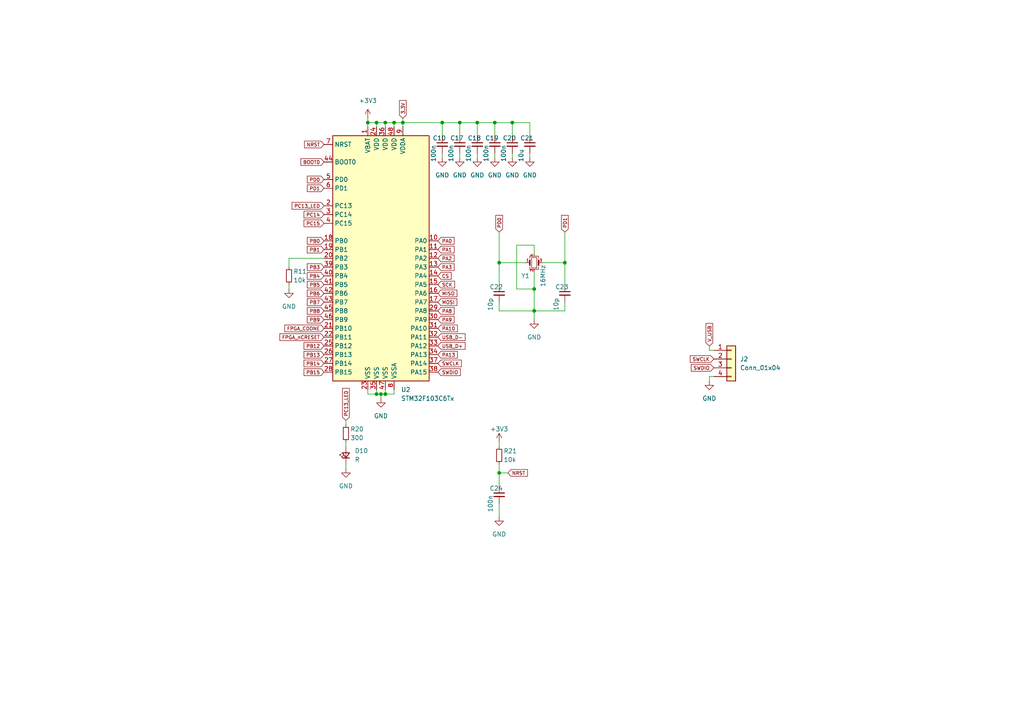
<source format=kicad_sch>
(kicad_sch (version 20211123) (generator eeschema)
  (paper "A4")
  (lib_symbols
    (symbol "Connector_Generic:Conn_01x04" (pin_names (offset 1.016) hide)
      (property "Reference" "J" (at 0 5.08 0))
      (property "Value" "Conn_01x04" (at 0 -7.62 0))
      (symbol "Conn_01x04_1_1"
        (rectangle (start -1.27 -4.953) (end 0 -5.207) (stroke (width 0.1524)))
        (rectangle (start -1.27 -2.413) (end 0 -2.667) (stroke (width 0.1524)))
        (rectangle (start -1.27 0.127) (end 0 -0.127) (stroke (width 0.1524)))
        (rectangle (start -1.27 2.667) (end 0 2.413) (stroke (width 0.1524)))
        (rectangle (start -1.27 3.81) (end 1.27 -6.35) (stroke (width 0.254)) (fill (type background)))
        (pin passive line (at -5.08 2.54 0) (length 3.81) (name "Pin_1") (number "1"))
        (pin passive line (at -5.08 0 0) (length 3.81) (name "Pin_2") (number "2"))
        (pin passive line (at -5.08 -2.54 0) (length 3.81) (name "Pin_3") (number "3"))
        (pin passive line (at -5.08 -5.08 0) (length 3.81) (name "Pin_4") (number "4"))
      )
    )
    (symbol "Device:C_Small" (pin_numbers hide) (pin_names (offset 0.254) hide)
      (property "Reference" "C" (at 0.254 1.778 0))
      (property "Value" "C_Small" (at 0.254 -2.032 0))
      (symbol "C_Small_0_1"
        (polyline (pts (xy -1.524 -0.508) (xy 1.524 -0.508)) (stroke (width 0.3302)))
        (polyline (pts (xy -1.524 0.508) (xy 1.524 0.508)) (stroke (width 0.3048)))
      )
      (symbol "C_Small_1_1"
        (pin passive line (at 0 2.54 270) (length 2.032) (name "~") (number "1"))
        (pin passive line (at 0 -2.54 90) (length 2.032) (name "~") (number "2"))
      )
    )
    (symbol "Device:Crystal_GND24_Small" (pin_names (offset 1.016) hide)
      (property "Reference" "Y" (at 1.27 4.445 0))
      (property "Value" "Crystal_GND24_Small" (at 1.27 2.54 0))
      (symbol "Crystal_GND24_Small_0_1"
        (rectangle (start -0.762 -1.524) (end 0.762 1.524))
        (polyline (pts (xy -1.27 -0.762) (xy -1.27 0.762)) (stroke (width 0.381)))
        (polyline (pts (xy 1.27 -0.762) (xy 1.27 0.762)) (stroke (width 0.381)))
        (polyline (pts (xy -1.27 -1.27) (xy -1.27 -1.905) (xy 1.27 -1.905) (xy 1.27 -1.27)))
        (polyline (pts (xy -1.27 1.27) (xy -1.27 1.905) (xy 1.27 1.905) (xy 1.27 1.27)))
      )
      (symbol "Crystal_GND24_Small_1_1"
        (pin passive line (at -2.54 0 0) (length 1.27) (name "1") (number "1"))
        (pin passive line (at 0 -2.54 90) (length 0.635) (name "2") (number "2"))
        (pin passive line (at 2.54 0 180) (length 1.27) (name "3") (number "3"))
        (pin passive line (at 0 2.54 270) (length 0.635) (name "4") (number "4"))
      )
    )
    (symbol "Device:LED_Small" (pin_numbers hide) (pin_names (offset 0.254) hide)
      (property "Reference" "D" (at -1.27 3.175 0))
      (property "Value" "LED_Small" (at -4.445 -2.54 0))
      (symbol "LED_Small_0_1"
        (polyline (pts (xy -0.762 -1.016) (xy -0.762 1.016)) (stroke (width 0.254)))
        (polyline (pts (xy 1.016 0) (xy -0.762 0)))
        (polyline (pts (xy 0.762 -1.016) (xy -0.762 0) (xy 0.762 1.016) (xy 0.762 -1.016)) (stroke (width 0.254)))
        (polyline (pts (xy 0 0.762) (xy -0.508 1.27) (xy -0.254 1.27) (xy -0.508 1.27) (xy -0.508 1.016)))
        (polyline (pts (xy 0.508 1.27) (xy 0 1.778) (xy 0.254 1.778) (xy 0 1.778) (xy 0 1.524)))
      )
      (symbol "LED_Small_1_1"
        (pin passive line (at -2.54 0 0) (length 1.778) (name "K") (number "1"))
        (pin passive line (at 2.54 0 180) (length 1.778) (name "A") (number "2"))
      )
    )
    (symbol "Device:R_Small" (pin_numbers hide) (pin_names (offset 0.254) hide)
      (property "Reference" "R" (at 0.762 0.508 0))
      (property "Value" "R_Small" (at 0.762 -1.016 0))
      (symbol "R_Small_0_1"
        (rectangle (start -0.762 1.778) (end 0.762 -1.778) (stroke (width 0.2032)))
      )
      (symbol "R_Small_1_1"
        (pin passive line (at 0 2.54 270) (length 0.762) (name "~") (number "1"))
        (pin passive line (at 0 -2.54 90) (length 0.762) (name "~") (number "2"))
      )
    )
    (symbol "MCU_ST_STM32F1:STM32F103C6Tx"
      (property "Reference" "U" (at -15.24 36.83 0))
      (property "Value" "STM32F103C6Tx" (at 7.62 36.83 0))
      (symbol "STM32F103C6Tx_0_1"
        (rectangle (start -15.24 -35.56) (end 12.7 35.56) (stroke (width 0.254)) (fill (type background)))
      )
      (symbol "STM32F103C6Tx_1_1"
        (pin power_in line (at -5.08 38.1 270) (length 2.54) (name "VBAT") (number "1"))
        (pin bidirectional line (at 15.24 5.08 180) (length 2.54) (name "PA0") (number "10"))
        (pin bidirectional line (at 15.24 2.54 180) (length 2.54) (name "PA1") (number "11"))
        (pin bidirectional line (at 15.24 0 180) (length 2.54) (name "PA2") (number "12"))
        (pin bidirectional line (at 15.24 -2.54 180) (length 2.54) (name "PA3") (number "13"))
        (pin bidirectional line (at 15.24 -5.08 180) (length 2.54) (name "PA4") (number "14"))
        (pin bidirectional line (at 15.24 -7.62 180) (length 2.54) (name "PA5") (number "15"))
        (pin bidirectional line (at 15.24 -10.16 180) (length 2.54) (name "PA6") (number "16"))
        (pin bidirectional line (at 15.24 -12.7 180) (length 2.54) (name "PA7") (number "17"))
        (pin bidirectional line (at -17.78 5.08 0) (length 2.54) (name "PB0") (number "18"))
        (pin bidirectional line (at -17.78 2.54 0) (length 2.54) (name "PB1") (number "19"))
        (pin bidirectional line (at -17.78 15.24 0) (length 2.54) (name "PC13") (number "2"))
        (pin bidirectional line (at -17.78 0 0) (length 2.54) (name "PB2") (number "20"))
        (pin bidirectional line (at -17.78 -20.32 0) (length 2.54) (name "PB10") (number "21"))
        (pin bidirectional line (at -17.78 -22.86 0) (length 2.54) (name "PB11") (number "22"))
        (pin power_in line (at -5.08 -38.1 90) (length 2.54) (name "VSS") (number "23"))
        (pin power_in line (at -2.54 38.1 270) (length 2.54) (name "VDD") (number "24"))
        (pin bidirectional line (at -17.78 -25.4 0) (length 2.54) (name "PB12") (number "25"))
        (pin bidirectional line (at -17.78 -27.94 0) (length 2.54) (name "PB13") (number "26"))
        (pin bidirectional line (at -17.78 -30.48 0) (length 2.54) (name "PB14") (number "27"))
        (pin bidirectional line (at -17.78 -33.02 0) (length 2.54) (name "PB15") (number "28"))
        (pin bidirectional line (at 15.24 -15.24 180) (length 2.54) (name "PA8") (number "29"))
        (pin bidirectional line (at -17.78 12.7 0) (length 2.54) (name "PC14") (number "3"))
        (pin bidirectional line (at 15.24 -17.78 180) (length 2.54) (name "PA9") (number "30"))
        (pin bidirectional line (at 15.24 -20.32 180) (length 2.54) (name "PA10") (number "31"))
        (pin bidirectional line (at 15.24 -22.86 180) (length 2.54) (name "PA11") (number "32"))
        (pin bidirectional line (at 15.24 -25.4 180) (length 2.54) (name "PA12") (number "33"))
        (pin bidirectional line (at 15.24 -27.94 180) (length 2.54) (name "PA13") (number "34"))
        (pin power_in line (at -2.54 -38.1 90) (length 2.54) (name "VSS") (number "35"))
        (pin power_in line (at 0 38.1 270) (length 2.54) (name "VDD") (number "36"))
        (pin bidirectional line (at 15.24 -30.48 180) (length 2.54) (name "PA14") (number "37"))
        (pin bidirectional line (at 15.24 -33.02 180) (length 2.54) (name "PA15") (number "38"))
        (pin bidirectional line (at -17.78 -2.54 0) (length 2.54) (name "PB3") (number "39"))
        (pin bidirectional line (at -17.78 10.16 0) (length 2.54) (name "PC15") (number "4"))
        (pin bidirectional line (at -17.78 -5.08 0) (length 2.54) (name "PB4") (number "40"))
        (pin bidirectional line (at -17.78 -7.62 0) (length 2.54) (name "PB5") (number "41"))
        (pin bidirectional line (at -17.78 -10.16 0) (length 2.54) (name "PB6") (number "42"))
        (pin bidirectional line (at -17.78 -12.7 0) (length 2.54) (name "PB7") (number "43"))
        (pin input line (at -17.78 27.94 0) (length 2.54) (name "BOOT0") (number "44"))
        (pin bidirectional line (at -17.78 -15.24 0) (length 2.54) (name "PB8") (number "45"))
        (pin bidirectional line (at -17.78 -17.78 0) (length 2.54) (name "PB9") (number "46"))
        (pin power_in line (at 0 -38.1 90) (length 2.54) (name "VSS") (number "47"))
        (pin power_in line (at 2.54 38.1 270) (length 2.54) (name "VDD") (number "48"))
        (pin input line (at -17.78 22.86 0) (length 2.54) (name "PD0") (number "5"))
        (pin input line (at -17.78 20.32 0) (length 2.54) (name "PD1") (number "6"))
        (pin input line (at -17.78 33.02 0) (length 2.54) (name "NRST") (number "7"))
        (pin power_in line (at 2.54 -38.1 90) (length 2.54) (name "VSSA") (number "8"))
        (pin power_in line (at 5.08 38.1 270) (length 2.54) (name "VDDA") (number "9"))
      )
    )
    (symbol "power:+3.3V" (power) (pin_names (offset 0))
      (property "Value" "+3.3V" (at 0 3.556 0))
      (symbol "+3.3V_0_1"
        (polyline (pts (xy -0.762 1.27) (xy 0 2.54)))
        (polyline (pts (xy 0 0) (xy 0 2.54)))
        (polyline (pts (xy 0 2.54) (xy 0.762 1.27)))
      )
      (symbol "+3.3V_1_1"
        (pin power_in line (at 0 0 90) (length 0) hide (name "+3V3") (number "1"))
      )
    )
    (symbol "power:GND" (power) (pin_names (offset 0))
      (property "Value" "GND" (at 0 -3.81 0))
      (symbol "GND_0_1"
        (polyline (pts (xy 0 0) (xy 0 -1.27) (xy 1.27 -1.27) (xy 0 -2.54) (xy -1.27 -1.27) (xy 0 -1.27)))
      )
      (symbol "GND_1_1"
        (pin power_in line (at 0 0 270) (length 0) hide (name "GND") (number "1"))
      )
    )
  )
  (junction (at 144.78 76.2))
  (junction (at 106.68 35.56))
  (junction (at 109.22 114.3))
  (junction (at 138.43 35.56))
  (junction (at 110.49 114.3))
  (junction (at 116.84 35.56))
  (junction (at 143.51 35.56))
  (junction (at 109.22 35.56))
  (junction (at 128.27 35.56))
  (junction (at 111.76 35.56))
  (junction (at 111.76 114.3))
  (junction (at 144.78 137.16))
  (junction (at 154.94 83.82))
  (junction (at 148.59 35.56))
  (junction (at 154.94 90.17))
  (junction (at 163.83 76.2))
  (junction (at 114.3 35.56))
  (junction (at 133.35 35.56))
  (wire (pts (xy 144.78 67.31) (xy 144.78 76.2)))
  (wire (pts (xy 111.76 35.56) (xy 109.22 35.56)))
  (wire (pts (xy 109.22 35.56) (xy 109.22 36.83)))
  (wire (pts (xy 205.74 109.22) (xy 205.74 110.49)))
  (wire (pts (xy 114.3 114.3) (xy 111.76 114.3)))
  (wire (pts (xy 111.76 113.03) (xy 111.76 114.3)))
  (wire (pts (xy 133.35 39.37) (xy 133.35 35.56)))
  (wire (pts (xy 106.68 114.3) (xy 106.68 113.03)))
  (wire (pts (xy 128.27 39.37) (xy 128.27 35.56)))
  (wire (pts (xy 100.33 128.27) (xy 100.33 129.54)))
  (wire (pts (xy 207.01 109.22) (xy 205.74 109.22)))
  (wire (pts (xy 154.94 73.66) (xy 154.94 71.12)))
  (wire (pts (xy 114.3 35.56) (xy 114.3 36.83)))
  (wire (pts (xy 106.68 35.56) (xy 106.68 36.83)))
  (wire (pts (xy 110.49 114.3) (xy 109.22 114.3)))
  (wire (pts (xy 205.74 100.33) (xy 205.74 101.6)))
  (wire (pts (xy 111.76 114.3) (xy 110.49 114.3)))
  (wire (pts (xy 144.78 137.16) (xy 147.32 137.16)))
  (wire (pts (xy 154.94 83.82) (xy 154.94 90.17)))
  (wire (pts (xy 144.78 87.63) (xy 144.78 90.17)))
  (wire (pts (xy 149.86 83.82) (xy 154.94 83.82)))
  (wire (pts (xy 149.86 71.12) (xy 154.94 71.12)))
  (wire (pts (xy 109.22 113.03) (xy 109.22 114.3)))
  (wire (pts (xy 153.67 44.45) (xy 153.67 45.72)))
  (wire (pts (xy 149.86 71.12) (xy 149.86 83.82)))
  (wire (pts (xy 144.78 76.2) (xy 152.4 76.2)))
  (wire (pts (xy 138.43 44.45) (xy 138.43 45.72)))
  (wire (pts (xy 116.84 34.29) (xy 116.84 35.56)))
  (wire (pts (xy 205.74 101.6) (xy 207.01 101.6)))
  (wire (pts (xy 128.27 35.56) (xy 133.35 35.56)))
  (wire (pts (xy 143.51 39.37) (xy 143.51 35.56)))
  (wire (pts (xy 163.83 90.17) (xy 163.83 87.63)))
  (wire (pts (xy 111.76 35.56) (xy 111.76 36.83)))
  (wire (pts (xy 138.43 35.56) (xy 143.51 35.56)))
  (wire (pts (xy 138.43 39.37) (xy 138.43 35.56)))
  (wire (pts (xy 116.84 35.56) (xy 114.3 35.56)))
  (wire (pts (xy 154.94 90.17) (xy 163.83 90.17)))
  (wire (pts (xy 154.94 78.74) (xy 154.94 83.82)))
  (wire (pts (xy 144.78 76.2) (xy 144.78 82.55)))
  (wire (pts (xy 163.83 76.2) (xy 163.83 82.55)))
  (wire (pts (xy 144.78 140.97) (xy 144.78 137.16)))
  (wire (pts (xy 100.33 121.92) (xy 100.33 123.19)))
  (wire (pts (xy 148.59 39.37) (xy 148.59 35.56)))
  (wire (pts (xy 100.33 134.62) (xy 100.33 135.89)))
  (wire (pts (xy 144.78 90.17) (xy 154.94 90.17)))
  (wire (pts (xy 148.59 35.56) (xy 153.67 35.56)))
  (wire (pts (xy 157.48 76.2) (xy 163.83 76.2)))
  (wire (pts (xy 154.94 92.71) (xy 154.94 90.17)))
  (wire (pts (xy 163.83 67.31) (xy 163.83 76.2)))
  (wire (pts (xy 109.22 35.56) (xy 106.68 35.56)))
  (wire (pts (xy 143.51 44.45) (xy 143.51 45.72)))
  (wire (pts (xy 143.51 35.56) (xy 148.59 35.56)))
  (wire (pts (xy 133.35 35.56) (xy 138.43 35.56)))
  (wire (pts (xy 109.22 114.3) (xy 106.68 114.3)))
  (wire (pts (xy 106.68 34.29) (xy 106.68 35.56)))
  (wire (pts (xy 144.78 128.27) (xy 144.78 129.54)))
  (wire (pts (xy 110.49 115.57) (xy 110.49 114.3)))
  (wire (pts (xy 114.3 113.03) (xy 114.3 114.3)))
  (wire (pts (xy 114.3 35.56) (xy 111.76 35.56)))
  (wire (pts (xy 153.67 39.37) (xy 153.67 35.56)))
  (wire (pts (xy 144.78 134.62) (xy 144.78 137.16)))
  (wire (pts (xy 128.27 35.56) (xy 116.84 35.56)))
  (wire (pts (xy 128.27 44.45) (xy 128.27 45.72)))
  (wire (pts (xy 148.59 44.45) (xy 148.59 45.72)))
  (wire (pts (xy 116.84 35.56) (xy 116.84 36.83)))
  (wire (pts (xy 83.82 77.47) (xy 83.82 74.93)))
  (wire (pts (xy 144.78 146.05) (xy 144.78 149.86)))
  (wire (pts (xy 83.82 82.55) (xy 83.82 83.82)))
  (wire (pts (xy 133.35 44.45) (xy 133.35 45.72)))
  (wire (pts (xy 83.82 74.93) (xy 93.98 74.93)))
  (global_label "PD0" (shape input) (at 144.78 67.31 90) (effects (font (size 1 1))) (property "Intersheet References" "${INTERSHEET_REFS}" (effects hide)))
  (global_label "PA0" (shape input) (at 127 69.85 0) (effects (font (size 1 1))) (property "Intersheet References" "${INTERSHEET_REFS}" (effects hide)))
  (global_label "PB8" (shape input) (at 93.98 90.17 180) (effects (font (size 1 1))) (property "Intersheet References" "${INTERSHEET_REFS}" (effects hide)))
  (global_label "PC15" (shape input) (at 93.98 64.77 180) (effects (font (size 1 1))) (property "Intersheet References" "${INTERSHEET_REFS}" (effects hide)))
  (global_label "PA9" (shape input) (at 127 92.71 0) (effects (font (size 1 1))) (property "Intersheet References" "${INTERSHEET_REFS}" (effects hide)))
  (global_label "PC13_LED" (shape input) (at 93.98 59.69 180) (effects (font (size 1 1))) (property "Intersheet References" "${INTERSHEET_REFS}" (effects hide)))
  (global_label "PA8" (shape input) (at 127 90.17 0) (effects (font (size 1 1))) (property "Intersheet References" "${INTERSHEET_REFS}" (effects hide)))
  (global_label "PD1" (shape input) (at 93.98 54.61 180) (effects (font (size 1 1))) (property "Intersheet References" "${INTERSHEET_REFS}" (effects hide)))
  (global_label "FPGA_nCRESET" (shape input) (at 93.98 97.79 180) (effects (font (size 1 1))) (property "Intersheet References" "${INTERSHEET_REFS}" (effects hide)))
  (global_label "PB6" (shape input) (at 93.98 85.09 180) (effects (font (size 1 1))) (property "Intersheet References" "${INTERSHEET_REFS}" (effects hide)))
  (global_label "NRST" (shape input) (at 93.98 41.91 180) (effects (font (size 1 1))) (property "Intersheet References" "${INTERSHEET_REFS}" (effects hide)))
  (global_label "PC14" (shape input) (at 93.98 62.23 180) (effects (font (size 1 1))) (property "Intersheet References" "${INTERSHEET_REFS}" (effects hide)))
  (global_label "PB0" (shape input) (at 93.98 69.85 180) (effects (font (size 1 1))) (property "Intersheet References" "${INTERSHEET_REFS}" (effects hide)))
  (global_label "FPGA_CDONE" (shape input) (at 93.98 95.25 180) (effects (font (size 1 1))) (property "Intersheet References" "${INTERSHEET_REFS}" (effects hide)))
  (global_label "NRST" (shape input) (at 147.32 137.16 0) (effects (font (size 1 1))) (property "Intersheet References" "${INTERSHEET_REFS}" (effects hide)))
  (global_label "PD0" (shape input) (at 93.98 52.07 180) (effects (font (size 1 1))) (property "Intersheet References" "${INTERSHEET_REFS}" (effects hide)))
  (global_label "SWDIO" (shape input) (at 127 107.95 0) (effects (font (size 1 1))) (property "Intersheet References" "${INTERSHEET_REFS}" (effects hide)))
  (global_label "PA1" (shape input) (at 127 72.39 0) (effects (font (size 1 1))) (property "Intersheet References" "${INTERSHEET_REFS}" (effects hide)))
  (global_label "PB14" (shape input) (at 93.98 105.41 180) (effects (font (size 1 1))) (property "Intersheet References" "${INTERSHEET_REFS}" (effects hide)))
  (global_label "SWCLK" (shape input) (at 207.01 104.14 180) (effects (font (size 1 1))) (property "Intersheet References" "${INTERSHEET_REFS}" (effects hide)))
  (global_label "SWDIO" (shape input) (at 207.01 106.68 180) (effects (font (size 1 1))) (property "Intersheet References" "${INTERSHEET_REFS}" (effects hide)))
  (global_label "SWCLK" (shape input) (at 127 105.41 0) (effects (font (size 1 1))) (property "Intersheet References" "${INTERSHEET_REFS}" (effects hide)))
  (global_label "BOOT0" (shape input) (at 93.98 46.99 180) (effects (font (size 1 1))) (property "Intersheet References" "${INTERSHEET_REFS}" (effects hide)))
  (global_label "PB9" (shape input) (at 93.98 92.71 180) (effects (font (size 1 1))) (property "Intersheet References" "${INTERSHEET_REFS}" (effects hide)))
  (global_label "USB_D-" (shape input) (at 127 97.79 0) (effects (font (size 1 1))) (property "Intersheet References" "${INTERSHEET_REFS}" (effects hide)))
  (global_label "V_USB" (shape input) (at 205.74 100.33 90) (effects (font (size 1 1))) (property "Intersheet References" "${INTERSHEET_REFS}" (effects hide)))
  (global_label "PB3" (shape input) (at 93.98 77.47 180) (effects (font (size 1 1))) (property "Intersheet References" "${INTERSHEET_REFS}" (effects hide)))
  (global_label "PB15" (shape input) (at 93.98 107.95 180) (effects (font (size 1 1))) (property "Intersheet References" "${INTERSHEET_REFS}" (effects hide)))
  (global_label "SCK" (shape input) (at 127 82.55 0) (effects (font (size 1 1))) (property "Intersheet References" "${INTERSHEET_REFS}" (effects hide)))
  (global_label "MISO" (shape input) (at 127 85.09 0) (effects (font (size 1 1))) (property "Intersheet References" "${INTERSHEET_REFS}" (effects hide)))
  (global_label "MOSI" (shape input) (at 127 87.63 0) (effects (font (size 1 1))) (property "Intersheet References" "${INTERSHEET_REFS}" (effects hide)))
  (global_label "PD1" (shape input) (at 163.83 67.31 90) (effects (font (size 1 1))) (property "Intersheet References" "${INTERSHEET_REFS}" (effects hide)))
  (global_label "PB4" (shape input) (at 93.98 80.01 180) (effects (font (size 1 1))) (property "Intersheet References" "${INTERSHEET_REFS}" (effects hide)))
  (global_label "PB12" (shape input) (at 93.98 100.33 180) (effects (font (size 1 1))) (property "Intersheet References" "${INTERSHEET_REFS}" (effects hide)))
  (global_label "CS" (shape input) (at 127 80.01 0) (effects (font (size 1 1))) (property "Intersheet References" "${INTERSHEET_REFS}" (effects hide)))
  (global_label "PB7" (shape input) (at 93.98 87.63 180) (effects (font (size 1 1))) (property "Intersheet References" "${INTERSHEET_REFS}" (effects hide)))
  (global_label "PA13" (shape input) (at 127 102.87 0) (effects (font (size 1 1))) (property "Intersheet References" "${INTERSHEET_REFS}" (effects hide)))
  (global_label "PB13" (shape input) (at 93.98 102.87 180) (effects (font (size 1 1))) (property "Intersheet References" "${INTERSHEET_REFS}" (effects hide)))
  (global_label "PA3" (shape input) (at 127 77.47 0) (effects (font (size 1 1))) (property "Intersheet References" "${INTERSHEET_REFS}" (effects hide)))
  (global_label "3.3V" (shape input) (at 116.84 34.29 90) (effects (font (size 1 1))) (property "Intersheet References" "${INTERSHEET_REFS}" (effects hide)))
  (global_label "PA10" (shape input) (at 127 95.25 0) (effects (font (size 1 1))) (property "Intersheet References" "${INTERSHEET_REFS}" (effects hide)))
  (global_label "USB_D+" (shape input) (at 127 100.33 0) (effects (font (size 1 1))) (property "Intersheet References" "${INTERSHEET_REFS}" (effects hide)))
  (global_label "PC13_LED" (shape input) (at 100.33 121.92 90) (effects (font (size 1 1))) (property "Intersheet References" "${INTERSHEET_REFS}" (effects hide)))
  (global_label "PB1" (shape input) (at 93.98 72.39 180) (effects (font (size 1 1))) (property "Intersheet References" "${INTERSHEET_REFS}" (effects hide)))
  (global_label "PB5" (shape input) (at 93.98 82.55 180) (effects (font (size 1 1))) (property "Intersheet References" "${INTERSHEET_REFS}" (effects hide)))
  (global_label "PA2" (shape input) (at 127 74.93 0) (effects (font (size 1 1))) (property "Intersheet References" "${INTERSHEET_REFS}" (effects hide)))
  (symbol (lib_id "power:GND") (at 128.27 45.72 0) (unit 1)
    (property "Reference" "#PWR0163" (effects hide))
    (property "Value" "GND" (at 128.27 50.8 0))
  )
  (symbol (lib_id "Device:Crystal_GND24_Small") (at 154.94 76.2 0) (unit 1)
    (property "Reference" "Y1" (at 152.4 80.01 0))
    (property "Value" "16MHz" (at 157.48 80.01 90))
    (property "Footprint" "Crystal:Crystal_SMD_2520-4Pin_2.5x2.0mm" (effects hide))
  )
  (symbol (lib_id "power:GND") (at 110.49 115.57 0) (unit 1)
    (property "Reference" "#PWR0158" (effects hide))
    (property "Value" "GND" (at 110.49 120.65 0))
  )
  (symbol (lib_id "power:+3.3V") (at 144.78 128.27 0) (unit 1)
    (property "Reference" "#PWR0115" (effects hide))
    (property "Value" "+3.3V" (at 144.78 124.46 0))
  )
  (symbol (lib_id "power:GND") (at 133.35 45.72 0) (unit 1)
    (property "Reference" "#PWR0167" (effects hide))
    (property "Value" "GND" (at 133.35 50.8 0))
  )
  (symbol (lib_id "Device:C_Small") (at 128.27 41.91 0) (unit 1)
    (property "Reference" "C10" (at 125.482 40.0518 0) (effects (justify left)))
    (property "Value" "100n" (at 125.73 46.99 90) (effects (justify left)))
    (property "Footprint" "Capacitor_SMD:C_0603_1608Metric_Pad1.08x0.95mm_HandSolder" (effects hide))
  )
  (symbol (lib_id "power:GND") (at 148.59 45.72 0) (unit 1)
    (property "Reference" "#PWR0156" (effects hide))
    (property "Value" "GND" (at 148.59 50.8 0))
  )
  (symbol (lib_id "power:GND") (at 144.78 149.86 0) (unit 1)
    (property "Reference" "#PWR0116" (effects hide))
    (property "Value" "GND" (at 144.78 154.94 0))
  )
  (symbol (lib_id "Device:C_Small") (at 153.67 41.91 0) (unit 1)
    (property "Reference" "C21" (at 150.882 40.0518 0) (effects (justify left)))
    (property "Value" "10u" (at 151.13 46.99 90) (effects (justify left)))
    (property "Footprint" "Capacitor_SMD:C_0603_1608Metric_Pad1.08x0.95mm_HandSolder" (effects hide))
  )
  (symbol (lib_id "Device:R_Small") (at 100.33 125.73 0) (unit 1)
    (property "Reference" "R20" (at 101.6 124.46 0) (effects (justify left)))
    (property "Value" "300" (at 101.6 127 0) (effects (justify left)))
    (property "Footprint" "Resistor_SMD:R_0603_1608Metric_Pad0.98x0.95mm_HandSolder" (effects hide))
  )
  (symbol (lib_id "Device:C_Small") (at 138.43 41.91 0) (unit 1)
    (property "Reference" "C18" (at 135.642 40.0518 0) (effects (justify left)))
    (property "Value" "100n" (at 135.89 46.99 90) (effects (justify left)))
    (property "Footprint" "Capacitor_SMD:C_0603_1608Metric_Pad1.08x0.95mm_HandSolder" (effects hide))
  )
  (symbol (lib_id "power:+3.3V") (at 106.68 34.29 0) (unit 1)
    (property "Reference" "#PWR0164" (effects hide))
    (property "Value" "+3.3V" (at 106.68 29.21 0))
  )
  (symbol (lib_id "Device:LED_Small") (at 100.33 132.08 90) (unit 1)
    (property "Reference" "D10" (at 102.87 130.7464 90) (effects (justify right)))
    (property "Value" "R" (at 102.87 133.2864 90) (effects (justify right)))
    (property "Footprint" "LED_SMD:LED_0603_1608Metric_Pad1.05x0.95mm_HandSolder" (effects hide))
  )
  (symbol (lib_id "power:GND") (at 138.43 45.72 0) (unit 1)
    (property "Reference" "#PWR0166" (effects hide))
    (property "Value" "GND" (at 138.43 50.8 0))
  )
  (symbol (lib_id "Device:R_Small") (at 83.82 80.01 0) (unit 1)
    (property "Reference" "R11" (at 85.09 78.74 0) (effects (justify left)))
    (property "Value" "10k" (at 85.09 81.28 0) (effects (justify left)))
    (property "Footprint" "Resistor_SMD:R_0603_1608Metric_Pad0.98x0.95mm_HandSolder" (effects hide))
  )
  (symbol (lib_id "power:GND") (at 205.74 110.49 0) (unit 1)
    (property "Reference" "#PWR0140" (effects hide))
    (property "Value" "GND" (at 205.74 115.57 0))
  )
  (symbol (lib_id "Connector_Generic:Conn_01x04") (at 212.09 104.14 0) (unit 1)
    (property "Reference" "J2" (at 214.63 104.1399 0) (effects (justify left)))
    (property "Value" "Conn_01x04" (at 214.63 106.6799 0) (effects (justify left)))
    (property "Footprint" "Connector_PinHeader_2.54mm:PinHeader_1x04_P2.54mm_Vertical" (effects hide))
  )
  (symbol (lib_id "power:GND") (at 100.33 135.89 0) (unit 1)
    (property "Reference" "#PWR0160" (effects hide))
    (property "Value" "GND" (at 100.33 140.97 0))
  )
  (symbol (lib_id "power:GND") (at 153.67 45.72 0) (unit 1)
    (property "Reference" "#PWR0157" (effects hide))
    (property "Value" "GND" (at 153.67 50.8 0))
  )
  (symbol (lib_id "power:GND") (at 143.51 45.72 0) (unit 1)
    (property "Reference" "#PWR0165" (effects hide))
    (property "Value" "GND" (at 143.51 50.8 0))
  )
  (symbol (lib_id "power:GND") (at 154.94 92.71 0) (unit 1)
    (property "Reference" "#PWR0120" (effects hide))
    (property "Value" "GND" (at 154.94 97.79 0))
  )
  (symbol (lib_id "Device:C_Small") (at 133.35 41.91 0) (unit 1)
    (property "Reference" "C17" (at 130.562 40.0518 0) (effects (justify left)))
    (property "Value" "100n" (at 130.81 46.99 90) (effects (justify left)))
    (property "Footprint" "Capacitor_SMD:C_0603_1608Metric_Pad1.08x0.95mm_HandSolder" (effects hide))
  )
  (symbol (lib_id "Device:C_Small") (at 144.78 85.09 0) (unit 1)
    (property "Reference" "C22" (at 141.992 83.2318 0) (effects (justify left)))
    (property "Value" "10p" (at 142.24 90.17 90) (effects (justify left)))
    (property "Footprint" "Capacitor_SMD:C_0603_1608Metric_Pad1.08x0.95mm_HandSolder" (effects hide))
  )
  (symbol (lib_id "Device:C_Small") (at 163.83 85.09 0) (unit 1)
    (property "Reference" "C23" (at 161.042 83.2318 0) (effects (justify left)))
    (property "Value" "10p" (at 161.29 90.17 90) (effects (justify left)))
    (property "Footprint" "Capacitor_SMD:C_0603_1608Metric_Pad1.08x0.95mm_HandSolder" (effects hide))
  )
  (symbol (lib_id "Device:C_Small") (at 148.59 41.91 0) (unit 1)
    (property "Reference" "C20" (at 145.802 40.0518 0) (effects (justify left)))
    (property "Value" "100n" (at 146.05 46.99 90) (effects (justify left)))
    (property "Footprint" "Capacitor_SMD:C_0603_1608Metric_Pad1.08x0.95mm_HandSolder" (effects hide))
  )
  (symbol (lib_id "MCU_ST_STM32F1:STM32F103C6Tx") (at 111.76 74.93 0) (unit 1)
    (property "Reference" "U2" (at 116.3194 113.03 0) (effects (justify left)))
    (property "Value" "STM32F103C6Tx" (at 116.3194 115.57 0) (effects (justify left)))
    (property "Footprint" "Package_QFP:LQFP-48_7x7mm_P0.5mm" (effects hide))
    (property "Datasheet" "http://www.st.com/st-web-ui/static/active/en/resource/technical/document/datasheet/CD00210843.pdf" (effects hide))
  )
  (symbol (lib_id "Device:C_Small") (at 144.78 143.51 0) (unit 1)
    (property "Reference" "C24" (at 141.992 141.6518 0) (effects (justify left)))
    (property "Value" "100n" (at 142.24 148.59 90) (effects (justify left)))
    (property "Footprint" "Capacitor_SMD:C_0603_1608Metric_Pad1.08x0.95mm_HandSolder" (effects hide))
  )
  (symbol (lib_id "power:GND") (at 83.82 83.82 0) (unit 1)
    (property "Reference" "#PWR0159" (effects hide))
    (property "Value" "GND" (at 83.82 88.9 0))
  )
  (symbol (lib_id "Device:R_Small") (at 144.78 132.08 0) (unit 1)
    (property "Reference" "R21" (at 146.05 130.81 0) (effects (justify left)))
    (property "Value" "10k" (at 146.05 133.35 0) (effects (justify left)))
    (property "Footprint" "Resistor_SMD:R_0603_1608Metric_Pad0.98x0.95mm_HandSolder" (effects hide))
  )
  (symbol (lib_id "Device:C_Small") (at 143.51 41.91 0) (unit 1)
    (property "Reference" "C19" (at 140.722 40.0518 0) (effects (justify left)))
    (property "Value" "100n" (at 140.97 46.99 90) (effects (justify left)))
    (property "Footprint" "Capacitor_SMD:C_0603_1608Metric_Pad1.08x0.95mm_HandSolder" (effects hide))
  )
)
</source>
